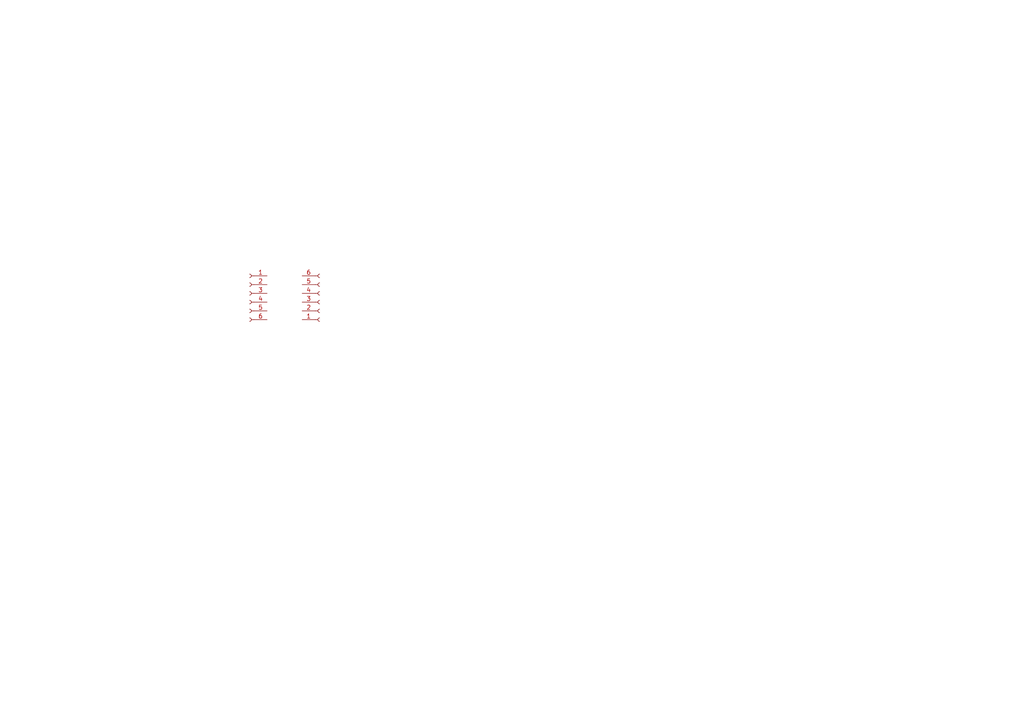
<source format=kicad_sch>
(kicad_sch (version 20231120) (generator "eeschema") (generator_version "8.0")
  (paper "A4")
  (lib_symbols
    (symbol "Connector:Conn_01x06_Socket" (pin_names (offset 1.016) hide)
      (property "Reference" "J" (at 0 7.62 0))
      (property "Value" "Conn_01x06_Socket" (at 0 -10.16 0))
      (symbol "Conn_01x06_Socket_1_1"
        (arc (start 0 -7.112) (mid -0.5058 -7.62) (end 0 -8.128) (stroke (width 0.1524)))
        (arc (start 0 -4.572) (mid -0.5058 -5.08) (end 0 -5.588) (stroke (width 0.1524)))
        (arc (start 0 -2.032) (mid -0.5058 -2.54) (end 0 -3.048) (stroke (width 0.1524)))
        (polyline (pts (xy -1.27 -7.62) (xy -0.508 -7.62)) (stroke (width 0.1524)))
        (polyline (pts (xy -1.27 -5.08) (xy -0.508 -5.08)) (stroke (width 0.1524)))
        (polyline (pts (xy -1.27 -2.54) (xy -0.508 -2.54)) (stroke (width 0.1524)))
        (polyline (pts (xy -1.27 0) (xy -0.508 0)) (stroke (width 0.1524)))
        (polyline (pts (xy -1.27 2.54) (xy -0.508 2.54)) (stroke (width 0.1524)))
        (polyline (pts (xy -1.27 5.08) (xy -0.508 5.08)) (stroke (width 0.1524)))
        (arc (start 0 0.508) (mid -0.5058 0) (end 0 -0.508) (stroke (width 0.1524)))
        (arc (start 0 3.048) (mid -0.5058 2.54) (end 0 2.032) (stroke (width 0.1524)))
        (arc (start 0 5.588) (mid -0.5058 5.08) (end 0 4.572) (stroke (width 0.1524)))
        (pin passive line (at -5.08 5.08 0) (length 3.81) (name "Pin_1") (number "1"))
        (pin passive line (at -5.08 2.54 0) (length 3.81) (name "Pin_2") (number "2"))
        (pin passive line (at -5.08 0 0) (length 3.81) (name "Pin_3") (number "3"))
        (pin passive line (at -5.08 -2.54 0) (length 3.81) (name "Pin_4") (number "4"))
        (pin passive line (at -5.08 -5.08 0) (length 3.81) (name "Pin_5") (number "5"))
        (pin passive line (at -5.08 -7.62 0) (length 3.81) (name "Pin_6") (number "6"))
      )
    )
  )
  (symbol (lib_id "Connector:Conn_01x06_Socket") (at 72.39 85.09 0) (mirror y) (unit 1)
    (property "Reference" "J1" (effects (hide yes)))
    (property "Value" "Conn_01x06_Socket" (effects (hide yes)))
    (property "Description" "Generic connector, single row, 01x06, script generated" (effects (hide yes)))
  )
  (symbol (lib_id "Connector:Conn_01x06_Socket") (at 92.71 87.63 0) (mirror x) (unit 1)
    (property "Reference" "J2" (effects (hide yes)))
    (property "Value" "Conn_01x06_Socket" (effects (hide yes)))
    (property "Description" "Generic connector, single row, 01x06, script generated" (effects (hide yes)))
  )
)
</source>
